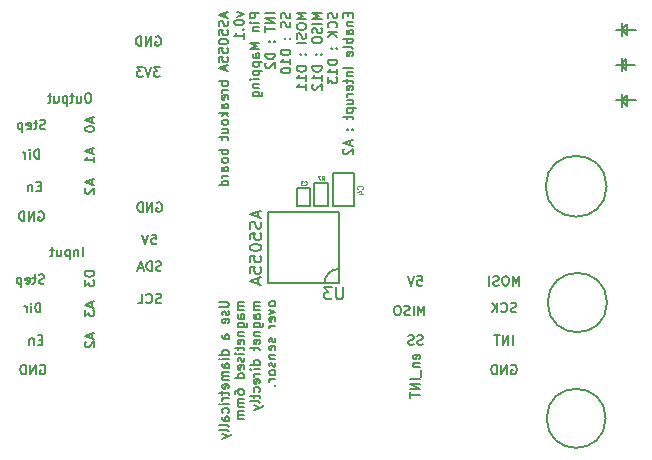
<source format=gbo>
%FSLAX34Y34*%
G04 Gerber Fmt 3.4, Leading zero omitted, Abs format*
G04 (created by PCBNEW (2014-03-19 BZR 4756)-product) date Sun 01 Jun 2014 22:24:43 BST*
%MOIN*%
G01*
G70*
G90*
G04 APERTURE LIST*
%ADD10C,0.005906*%
%ADD11C,0.007874*%
%ADD12C,0.003000*%
%ADD13C,0.004500*%
G04 APERTURE END LIST*
G54D10*
G54D11*
X54330Y-32657D02*
X54330Y-33090D01*
X54330Y-32913D02*
X54330Y-32657D01*
X54488Y-33070D02*
X54330Y-32913D01*
X54488Y-32696D02*
X54488Y-33070D01*
X54311Y-32874D02*
X54488Y-32696D01*
X54133Y-32874D02*
X54783Y-32874D01*
X54114Y-31692D02*
X54763Y-31692D01*
X54291Y-31692D02*
X54468Y-31515D01*
X54468Y-31515D02*
X54468Y-31889D01*
X54468Y-31889D02*
X54311Y-31732D01*
X54311Y-31732D02*
X54311Y-31476D01*
X54311Y-31476D02*
X54311Y-31909D01*
X54330Y-30295D02*
X54330Y-30728D01*
X54330Y-30551D02*
X54330Y-30295D01*
X54488Y-30708D02*
X54330Y-30551D01*
X54488Y-30334D02*
X54488Y-30708D01*
X54311Y-30511D02*
X54488Y-30334D01*
X54133Y-30531D02*
X54783Y-30531D01*
X53811Y-35748D02*
G75*
G03X53811Y-35748I-1016J0D01*
G74*
G01*
X53823Y-39625D02*
G75*
G03X53823Y-39625I-988J0D01*
G74*
G01*
X53779Y-43484D02*
G75*
G03X53779Y-43484I-984J0D01*
G74*
G01*
X40898Y-39602D02*
X41153Y-39602D01*
X41183Y-39617D01*
X41198Y-39632D01*
X41213Y-39662D01*
X41213Y-39722D01*
X41198Y-39752D01*
X41183Y-39767D01*
X41153Y-39782D01*
X40898Y-39782D01*
X41198Y-39917D02*
X41213Y-39947D01*
X41213Y-40007D01*
X41198Y-40037D01*
X41168Y-40052D01*
X41153Y-40052D01*
X41123Y-40037D01*
X41108Y-40007D01*
X41108Y-39962D01*
X41093Y-39932D01*
X41063Y-39917D01*
X41048Y-39917D01*
X41018Y-39932D01*
X41003Y-39962D01*
X41003Y-40007D01*
X41018Y-40037D01*
X41198Y-40307D02*
X41213Y-40277D01*
X41213Y-40217D01*
X41198Y-40187D01*
X41168Y-40172D01*
X41048Y-40172D01*
X41018Y-40187D01*
X41003Y-40217D01*
X41003Y-40277D01*
X41018Y-40307D01*
X41048Y-40322D01*
X41078Y-40322D01*
X41108Y-40172D01*
X41213Y-40832D02*
X41048Y-40832D01*
X41018Y-40817D01*
X41003Y-40787D01*
X41003Y-40727D01*
X41018Y-40697D01*
X41198Y-40832D02*
X41213Y-40802D01*
X41213Y-40727D01*
X41198Y-40697D01*
X41168Y-40682D01*
X41138Y-40682D01*
X41108Y-40697D01*
X41093Y-40727D01*
X41093Y-40802D01*
X41078Y-40832D01*
X41213Y-41357D02*
X40898Y-41357D01*
X41198Y-41357D02*
X41213Y-41327D01*
X41213Y-41267D01*
X41198Y-41237D01*
X41183Y-41222D01*
X41153Y-41207D01*
X41063Y-41207D01*
X41033Y-41222D01*
X41018Y-41237D01*
X41003Y-41267D01*
X41003Y-41327D01*
X41018Y-41357D01*
X41213Y-41507D02*
X41003Y-41507D01*
X40898Y-41507D02*
X40913Y-41492D01*
X40928Y-41507D01*
X40913Y-41522D01*
X40898Y-41507D01*
X40928Y-41507D01*
X41213Y-41792D02*
X41048Y-41792D01*
X41018Y-41777D01*
X41003Y-41747D01*
X41003Y-41687D01*
X41018Y-41657D01*
X41198Y-41792D02*
X41213Y-41762D01*
X41213Y-41687D01*
X41198Y-41657D01*
X41168Y-41642D01*
X41138Y-41642D01*
X41108Y-41657D01*
X41093Y-41687D01*
X41093Y-41762D01*
X41078Y-41792D01*
X41213Y-41942D02*
X41003Y-41942D01*
X41033Y-41942D02*
X41018Y-41957D01*
X41003Y-41987D01*
X41003Y-42032D01*
X41018Y-42062D01*
X41048Y-42077D01*
X41213Y-42077D01*
X41048Y-42077D02*
X41018Y-42092D01*
X41003Y-42122D01*
X41003Y-42167D01*
X41018Y-42197D01*
X41048Y-42212D01*
X41213Y-42212D01*
X41198Y-42482D02*
X41213Y-42452D01*
X41213Y-42392D01*
X41198Y-42362D01*
X41168Y-42347D01*
X41048Y-42347D01*
X41018Y-42362D01*
X41003Y-42392D01*
X41003Y-42452D01*
X41018Y-42482D01*
X41048Y-42497D01*
X41078Y-42497D01*
X41108Y-42347D01*
X41003Y-42587D02*
X41003Y-42707D01*
X40898Y-42632D02*
X41168Y-42632D01*
X41198Y-42647D01*
X41213Y-42677D01*
X41213Y-42707D01*
X41213Y-42812D02*
X41003Y-42812D01*
X41063Y-42812D02*
X41033Y-42827D01*
X41018Y-42842D01*
X41003Y-42872D01*
X41003Y-42902D01*
X41213Y-43007D02*
X41003Y-43007D01*
X40898Y-43007D02*
X40913Y-42992D01*
X40928Y-43007D01*
X40913Y-43022D01*
X40898Y-43007D01*
X40928Y-43007D01*
X41198Y-43292D02*
X41213Y-43262D01*
X41213Y-43202D01*
X41198Y-43172D01*
X41183Y-43157D01*
X41153Y-43142D01*
X41063Y-43142D01*
X41033Y-43157D01*
X41018Y-43172D01*
X41003Y-43202D01*
X41003Y-43262D01*
X41018Y-43292D01*
X41213Y-43562D02*
X41048Y-43562D01*
X41018Y-43547D01*
X41003Y-43517D01*
X41003Y-43457D01*
X41018Y-43427D01*
X41198Y-43562D02*
X41213Y-43532D01*
X41213Y-43457D01*
X41198Y-43427D01*
X41168Y-43412D01*
X41138Y-43412D01*
X41108Y-43427D01*
X41093Y-43457D01*
X41093Y-43532D01*
X41078Y-43562D01*
X41213Y-43757D02*
X41198Y-43727D01*
X41168Y-43712D01*
X40898Y-43712D01*
X41213Y-43922D02*
X41198Y-43892D01*
X41168Y-43877D01*
X40898Y-43877D01*
X41003Y-44011D02*
X41213Y-44086D01*
X41003Y-44161D02*
X41213Y-44086D01*
X41288Y-44056D01*
X41303Y-44041D01*
X41318Y-44011D01*
X41733Y-39602D02*
X41523Y-39602D01*
X41553Y-39602D02*
X41538Y-39617D01*
X41523Y-39647D01*
X41523Y-39692D01*
X41538Y-39722D01*
X41568Y-39737D01*
X41733Y-39737D01*
X41568Y-39737D02*
X41538Y-39752D01*
X41523Y-39782D01*
X41523Y-39827D01*
X41538Y-39857D01*
X41568Y-39872D01*
X41733Y-39872D01*
X41733Y-40157D02*
X41568Y-40157D01*
X41538Y-40142D01*
X41523Y-40112D01*
X41523Y-40052D01*
X41538Y-40022D01*
X41718Y-40157D02*
X41733Y-40127D01*
X41733Y-40052D01*
X41718Y-40022D01*
X41688Y-40007D01*
X41658Y-40007D01*
X41628Y-40022D01*
X41613Y-40052D01*
X41613Y-40127D01*
X41598Y-40157D01*
X41523Y-40442D02*
X41778Y-40442D01*
X41808Y-40427D01*
X41823Y-40412D01*
X41838Y-40382D01*
X41838Y-40337D01*
X41823Y-40307D01*
X41718Y-40442D02*
X41733Y-40412D01*
X41733Y-40352D01*
X41718Y-40322D01*
X41703Y-40307D01*
X41673Y-40292D01*
X41583Y-40292D01*
X41553Y-40307D01*
X41538Y-40322D01*
X41523Y-40352D01*
X41523Y-40412D01*
X41538Y-40442D01*
X41523Y-40592D02*
X41733Y-40592D01*
X41553Y-40592D02*
X41538Y-40607D01*
X41523Y-40637D01*
X41523Y-40682D01*
X41538Y-40712D01*
X41568Y-40727D01*
X41733Y-40727D01*
X41718Y-40997D02*
X41733Y-40967D01*
X41733Y-40907D01*
X41718Y-40877D01*
X41688Y-40862D01*
X41568Y-40862D01*
X41538Y-40877D01*
X41523Y-40907D01*
X41523Y-40967D01*
X41538Y-40997D01*
X41568Y-41012D01*
X41598Y-41012D01*
X41628Y-40862D01*
X41523Y-41102D02*
X41523Y-41222D01*
X41418Y-41147D02*
X41688Y-41147D01*
X41718Y-41162D01*
X41733Y-41192D01*
X41733Y-41222D01*
X41733Y-41327D02*
X41523Y-41327D01*
X41418Y-41327D02*
X41433Y-41312D01*
X41448Y-41327D01*
X41433Y-41342D01*
X41418Y-41327D01*
X41448Y-41327D01*
X41718Y-41462D02*
X41733Y-41492D01*
X41733Y-41552D01*
X41718Y-41582D01*
X41688Y-41597D01*
X41673Y-41597D01*
X41643Y-41582D01*
X41628Y-41552D01*
X41628Y-41507D01*
X41613Y-41477D01*
X41583Y-41462D01*
X41568Y-41462D01*
X41538Y-41477D01*
X41523Y-41507D01*
X41523Y-41552D01*
X41538Y-41582D01*
X41718Y-41852D02*
X41733Y-41822D01*
X41733Y-41762D01*
X41718Y-41732D01*
X41688Y-41717D01*
X41568Y-41717D01*
X41538Y-41732D01*
X41523Y-41762D01*
X41523Y-41822D01*
X41538Y-41852D01*
X41568Y-41867D01*
X41598Y-41867D01*
X41628Y-41717D01*
X41733Y-42137D02*
X41418Y-42137D01*
X41718Y-42137D02*
X41733Y-42107D01*
X41733Y-42047D01*
X41718Y-42017D01*
X41703Y-42002D01*
X41673Y-41987D01*
X41583Y-41987D01*
X41553Y-42002D01*
X41538Y-42017D01*
X41523Y-42047D01*
X41523Y-42107D01*
X41538Y-42137D01*
X41418Y-42662D02*
X41418Y-42602D01*
X41433Y-42572D01*
X41448Y-42557D01*
X41493Y-42527D01*
X41553Y-42512D01*
X41673Y-42512D01*
X41703Y-42527D01*
X41718Y-42542D01*
X41733Y-42572D01*
X41733Y-42632D01*
X41718Y-42662D01*
X41703Y-42677D01*
X41673Y-42692D01*
X41598Y-42692D01*
X41568Y-42677D01*
X41553Y-42662D01*
X41538Y-42632D01*
X41538Y-42572D01*
X41553Y-42542D01*
X41568Y-42527D01*
X41598Y-42512D01*
X41733Y-42827D02*
X41523Y-42827D01*
X41553Y-42827D02*
X41538Y-42842D01*
X41523Y-42872D01*
X41523Y-42917D01*
X41538Y-42947D01*
X41568Y-42962D01*
X41733Y-42962D01*
X41568Y-42962D02*
X41538Y-42977D01*
X41523Y-43007D01*
X41523Y-43052D01*
X41538Y-43082D01*
X41568Y-43097D01*
X41733Y-43097D01*
X41733Y-43247D02*
X41523Y-43247D01*
X41553Y-43247D02*
X41538Y-43262D01*
X41523Y-43292D01*
X41523Y-43337D01*
X41538Y-43367D01*
X41568Y-43382D01*
X41733Y-43382D01*
X41568Y-43382D02*
X41538Y-43397D01*
X41523Y-43427D01*
X41523Y-43472D01*
X41538Y-43502D01*
X41568Y-43517D01*
X41733Y-43517D01*
X42252Y-39602D02*
X42042Y-39602D01*
X42072Y-39602D02*
X42057Y-39617D01*
X42042Y-39647D01*
X42042Y-39692D01*
X42057Y-39722D01*
X42087Y-39737D01*
X42252Y-39737D01*
X42087Y-39737D02*
X42057Y-39752D01*
X42042Y-39782D01*
X42042Y-39827D01*
X42057Y-39857D01*
X42087Y-39872D01*
X42252Y-39872D01*
X42252Y-40157D02*
X42087Y-40157D01*
X42057Y-40142D01*
X42042Y-40112D01*
X42042Y-40052D01*
X42057Y-40022D01*
X42237Y-40157D02*
X42252Y-40127D01*
X42252Y-40052D01*
X42237Y-40022D01*
X42207Y-40007D01*
X42177Y-40007D01*
X42147Y-40022D01*
X42132Y-40052D01*
X42132Y-40127D01*
X42117Y-40157D01*
X42042Y-40442D02*
X42297Y-40442D01*
X42327Y-40427D01*
X42342Y-40412D01*
X42357Y-40382D01*
X42357Y-40337D01*
X42342Y-40307D01*
X42237Y-40442D02*
X42252Y-40412D01*
X42252Y-40352D01*
X42237Y-40322D01*
X42222Y-40307D01*
X42192Y-40292D01*
X42102Y-40292D01*
X42072Y-40307D01*
X42057Y-40322D01*
X42042Y-40352D01*
X42042Y-40412D01*
X42057Y-40442D01*
X42042Y-40592D02*
X42252Y-40592D01*
X42072Y-40592D02*
X42057Y-40607D01*
X42042Y-40637D01*
X42042Y-40682D01*
X42057Y-40712D01*
X42087Y-40727D01*
X42252Y-40727D01*
X42237Y-40997D02*
X42252Y-40967D01*
X42252Y-40907D01*
X42237Y-40877D01*
X42207Y-40862D01*
X42087Y-40862D01*
X42057Y-40877D01*
X42042Y-40907D01*
X42042Y-40967D01*
X42057Y-40997D01*
X42087Y-41012D01*
X42117Y-41012D01*
X42147Y-40862D01*
X42042Y-41102D02*
X42042Y-41222D01*
X41937Y-41147D02*
X42207Y-41147D01*
X42237Y-41162D01*
X42252Y-41192D01*
X42252Y-41222D01*
X42252Y-41702D02*
X41937Y-41702D01*
X42237Y-41702D02*
X42252Y-41672D01*
X42252Y-41612D01*
X42237Y-41582D01*
X42222Y-41567D01*
X42192Y-41552D01*
X42102Y-41552D01*
X42072Y-41567D01*
X42057Y-41582D01*
X42042Y-41612D01*
X42042Y-41672D01*
X42057Y-41702D01*
X42252Y-41852D02*
X42042Y-41852D01*
X41937Y-41852D02*
X41952Y-41837D01*
X41967Y-41852D01*
X41952Y-41867D01*
X41937Y-41852D01*
X41967Y-41852D01*
X42252Y-42002D02*
X42042Y-42002D01*
X42102Y-42002D02*
X42072Y-42017D01*
X42057Y-42032D01*
X42042Y-42062D01*
X42042Y-42092D01*
X42237Y-42317D02*
X42252Y-42287D01*
X42252Y-42227D01*
X42237Y-42197D01*
X42207Y-42182D01*
X42087Y-42182D01*
X42057Y-42197D01*
X42042Y-42227D01*
X42042Y-42287D01*
X42057Y-42317D01*
X42087Y-42332D01*
X42117Y-42332D01*
X42147Y-42182D01*
X42237Y-42602D02*
X42252Y-42572D01*
X42252Y-42512D01*
X42237Y-42482D01*
X42222Y-42467D01*
X42192Y-42452D01*
X42102Y-42452D01*
X42072Y-42467D01*
X42057Y-42482D01*
X42042Y-42512D01*
X42042Y-42572D01*
X42057Y-42602D01*
X42042Y-42692D02*
X42042Y-42812D01*
X41937Y-42737D02*
X42207Y-42737D01*
X42237Y-42752D01*
X42252Y-42782D01*
X42252Y-42812D01*
X42252Y-42962D02*
X42237Y-42932D01*
X42207Y-42917D01*
X41937Y-42917D01*
X42042Y-43052D02*
X42252Y-43127D01*
X42042Y-43202D02*
X42252Y-43127D01*
X42327Y-43097D01*
X42342Y-43082D01*
X42357Y-43052D01*
X42772Y-39647D02*
X42757Y-39617D01*
X42742Y-39602D01*
X42712Y-39587D01*
X42622Y-39587D01*
X42592Y-39602D01*
X42577Y-39617D01*
X42562Y-39647D01*
X42562Y-39692D01*
X42577Y-39722D01*
X42592Y-39737D01*
X42622Y-39752D01*
X42712Y-39752D01*
X42742Y-39737D01*
X42757Y-39722D01*
X42772Y-39692D01*
X42772Y-39647D01*
X42562Y-39857D02*
X42772Y-39932D01*
X42562Y-40007D01*
X42757Y-40247D02*
X42772Y-40217D01*
X42772Y-40157D01*
X42757Y-40127D01*
X42727Y-40112D01*
X42607Y-40112D01*
X42577Y-40127D01*
X42562Y-40157D01*
X42562Y-40217D01*
X42577Y-40247D01*
X42607Y-40262D01*
X42637Y-40262D01*
X42667Y-40112D01*
X42772Y-40397D02*
X42562Y-40397D01*
X42622Y-40397D02*
X42592Y-40412D01*
X42577Y-40427D01*
X42562Y-40457D01*
X42562Y-40487D01*
X42757Y-40817D02*
X42772Y-40847D01*
X42772Y-40907D01*
X42757Y-40937D01*
X42727Y-40952D01*
X42712Y-40952D01*
X42682Y-40937D01*
X42667Y-40907D01*
X42667Y-40862D01*
X42652Y-40832D01*
X42622Y-40817D01*
X42607Y-40817D01*
X42577Y-40832D01*
X42562Y-40862D01*
X42562Y-40907D01*
X42577Y-40937D01*
X42757Y-41207D02*
X42772Y-41177D01*
X42772Y-41117D01*
X42757Y-41087D01*
X42727Y-41072D01*
X42607Y-41072D01*
X42577Y-41087D01*
X42562Y-41117D01*
X42562Y-41177D01*
X42577Y-41207D01*
X42607Y-41222D01*
X42637Y-41222D01*
X42667Y-41072D01*
X42562Y-41357D02*
X42772Y-41357D01*
X42592Y-41357D02*
X42577Y-41372D01*
X42562Y-41402D01*
X42562Y-41447D01*
X42577Y-41477D01*
X42607Y-41492D01*
X42772Y-41492D01*
X42757Y-41627D02*
X42772Y-41657D01*
X42772Y-41717D01*
X42757Y-41747D01*
X42727Y-41762D01*
X42712Y-41762D01*
X42682Y-41747D01*
X42667Y-41717D01*
X42667Y-41672D01*
X42652Y-41642D01*
X42622Y-41627D01*
X42607Y-41627D01*
X42577Y-41642D01*
X42562Y-41672D01*
X42562Y-41717D01*
X42577Y-41747D01*
X42772Y-41942D02*
X42757Y-41912D01*
X42742Y-41897D01*
X42712Y-41882D01*
X42622Y-41882D01*
X42592Y-41897D01*
X42577Y-41912D01*
X42562Y-41942D01*
X42562Y-41987D01*
X42577Y-42017D01*
X42592Y-42032D01*
X42622Y-42047D01*
X42712Y-42047D01*
X42742Y-42032D01*
X42757Y-42017D01*
X42772Y-41987D01*
X42772Y-41942D01*
X42772Y-42182D02*
X42562Y-42182D01*
X42622Y-42182D02*
X42592Y-42197D01*
X42577Y-42212D01*
X42562Y-42242D01*
X42562Y-42272D01*
X42742Y-42377D02*
X42757Y-42392D01*
X42772Y-42377D01*
X42757Y-42362D01*
X42742Y-42377D01*
X42772Y-42377D01*
X36646Y-40660D02*
X36646Y-40810D01*
X36736Y-40630D02*
X36422Y-40735D01*
X36736Y-40840D01*
X36452Y-40930D02*
X36437Y-40945D01*
X36422Y-40975D01*
X36422Y-41050D01*
X36437Y-41080D01*
X36452Y-41095D01*
X36482Y-41110D01*
X36511Y-41110D01*
X36556Y-41095D01*
X36736Y-40915D01*
X36736Y-41110D01*
X36646Y-39617D02*
X36646Y-39767D01*
X36736Y-39587D02*
X36422Y-39692D01*
X36736Y-39797D01*
X36422Y-39872D02*
X36422Y-40067D01*
X36541Y-39962D01*
X36541Y-40007D01*
X36556Y-40037D01*
X36571Y-40052D01*
X36601Y-40067D01*
X36676Y-40067D01*
X36706Y-40052D01*
X36721Y-40037D01*
X36736Y-40007D01*
X36736Y-39917D01*
X36721Y-39887D01*
X36706Y-39872D01*
X36736Y-38586D02*
X36422Y-38586D01*
X36422Y-38661D01*
X36437Y-38706D01*
X36467Y-38736D01*
X36497Y-38751D01*
X36556Y-38766D01*
X36601Y-38766D01*
X36661Y-38751D01*
X36691Y-38736D01*
X36721Y-38706D01*
X36736Y-38661D01*
X36736Y-38586D01*
X36422Y-38871D02*
X36422Y-39066D01*
X36541Y-38961D01*
X36541Y-39006D01*
X36556Y-39036D01*
X36571Y-39051D01*
X36601Y-39066D01*
X36676Y-39066D01*
X36706Y-39051D01*
X36721Y-39036D01*
X36736Y-39006D01*
X36736Y-38916D01*
X36721Y-38886D01*
X36706Y-38871D01*
X36646Y-35542D02*
X36646Y-35692D01*
X36736Y-35512D02*
X36422Y-35617D01*
X36736Y-35722D01*
X36452Y-35812D02*
X36437Y-35827D01*
X36422Y-35857D01*
X36422Y-35932D01*
X36437Y-35962D01*
X36452Y-35977D01*
X36482Y-35992D01*
X36511Y-35992D01*
X36556Y-35977D01*
X36736Y-35797D01*
X36736Y-35992D01*
X36646Y-34499D02*
X36646Y-34649D01*
X36736Y-34469D02*
X36422Y-34574D01*
X36736Y-34679D01*
X36736Y-34949D02*
X36736Y-34769D01*
X36736Y-34859D02*
X36422Y-34859D01*
X36467Y-34829D01*
X36497Y-34799D01*
X36511Y-34769D01*
X36646Y-33475D02*
X36646Y-33625D01*
X36736Y-33445D02*
X36422Y-33550D01*
X36736Y-33655D01*
X36422Y-33820D02*
X36422Y-33850D01*
X36437Y-33880D01*
X36452Y-33895D01*
X36482Y-33910D01*
X36541Y-33925D01*
X36616Y-33925D01*
X36676Y-33910D01*
X36706Y-33895D01*
X36721Y-33880D01*
X36736Y-33850D01*
X36736Y-33820D01*
X36721Y-33790D01*
X36706Y-33775D01*
X36676Y-33760D01*
X36616Y-33745D01*
X36541Y-33745D01*
X36482Y-33760D01*
X36452Y-33775D01*
X36437Y-33790D01*
X36422Y-33820D01*
X38783Y-30767D02*
X38813Y-30752D01*
X38858Y-30752D01*
X38903Y-30767D01*
X38933Y-30797D01*
X38948Y-30827D01*
X38963Y-30887D01*
X38963Y-30932D01*
X38948Y-30992D01*
X38933Y-31022D01*
X38903Y-31052D01*
X38858Y-31067D01*
X38828Y-31067D01*
X38783Y-31052D01*
X38768Y-31037D01*
X38768Y-30932D01*
X38828Y-30932D01*
X38633Y-31067D02*
X38633Y-30752D01*
X38453Y-31067D01*
X38453Y-30752D01*
X38303Y-31067D02*
X38303Y-30752D01*
X38228Y-30752D01*
X38183Y-30767D01*
X38153Y-30797D01*
X38138Y-30827D01*
X38123Y-30887D01*
X38123Y-30932D01*
X38138Y-30992D01*
X38153Y-31022D01*
X38183Y-31052D01*
X38228Y-31067D01*
X38303Y-31067D01*
X38913Y-31776D02*
X38718Y-31776D01*
X38823Y-31896D01*
X38778Y-31896D01*
X38748Y-31911D01*
X38733Y-31926D01*
X38718Y-31956D01*
X38718Y-32031D01*
X38733Y-32061D01*
X38748Y-32076D01*
X38778Y-32091D01*
X38868Y-32091D01*
X38898Y-32076D01*
X38913Y-32061D01*
X38628Y-31776D02*
X38523Y-32091D01*
X38418Y-31776D01*
X38343Y-31776D02*
X38148Y-31776D01*
X38253Y-31896D01*
X38208Y-31896D01*
X38178Y-31911D01*
X38163Y-31926D01*
X38148Y-31956D01*
X38148Y-32031D01*
X38163Y-32061D01*
X38178Y-32076D01*
X38208Y-32091D01*
X38298Y-32091D01*
X38328Y-32076D01*
X38343Y-32061D01*
X41103Y-29961D02*
X41103Y-30111D01*
X41193Y-29931D02*
X40878Y-30036D01*
X41193Y-30141D01*
X41178Y-30231D02*
X41193Y-30276D01*
X41193Y-30351D01*
X41178Y-30381D01*
X41163Y-30396D01*
X41133Y-30411D01*
X41103Y-30411D01*
X41073Y-30396D01*
X41058Y-30381D01*
X41043Y-30351D01*
X41028Y-30291D01*
X41013Y-30261D01*
X40998Y-30246D01*
X40968Y-30231D01*
X40938Y-30231D01*
X40908Y-30246D01*
X40893Y-30261D01*
X40878Y-30291D01*
X40878Y-30366D01*
X40893Y-30411D01*
X40878Y-30696D02*
X40878Y-30546D01*
X41028Y-30531D01*
X41013Y-30546D01*
X40998Y-30576D01*
X40998Y-30651D01*
X41013Y-30681D01*
X41028Y-30696D01*
X41058Y-30711D01*
X41133Y-30711D01*
X41163Y-30696D01*
X41178Y-30681D01*
X41193Y-30651D01*
X41193Y-30576D01*
X41178Y-30546D01*
X41163Y-30531D01*
X40878Y-30906D02*
X40878Y-30936D01*
X40893Y-30966D01*
X40908Y-30981D01*
X40938Y-30996D01*
X40998Y-31011D01*
X41073Y-31011D01*
X41133Y-30996D01*
X41163Y-30981D01*
X41178Y-30966D01*
X41193Y-30936D01*
X41193Y-30906D01*
X41178Y-30876D01*
X41163Y-30861D01*
X41133Y-30846D01*
X41073Y-30831D01*
X40998Y-30831D01*
X40938Y-30846D01*
X40908Y-30861D01*
X40893Y-30876D01*
X40878Y-30906D01*
X40878Y-31296D02*
X40878Y-31146D01*
X41028Y-31131D01*
X41013Y-31146D01*
X40998Y-31176D01*
X40998Y-31251D01*
X41013Y-31281D01*
X41028Y-31296D01*
X41058Y-31311D01*
X41133Y-31311D01*
X41163Y-31296D01*
X41178Y-31281D01*
X41193Y-31251D01*
X41193Y-31176D01*
X41178Y-31146D01*
X41163Y-31131D01*
X40878Y-31596D02*
X40878Y-31446D01*
X41028Y-31431D01*
X41013Y-31446D01*
X40998Y-31476D01*
X40998Y-31551D01*
X41013Y-31581D01*
X41028Y-31596D01*
X41058Y-31611D01*
X41133Y-31611D01*
X41163Y-31596D01*
X41178Y-31581D01*
X41193Y-31551D01*
X41193Y-31476D01*
X41178Y-31446D01*
X41163Y-31431D01*
X41103Y-31731D02*
X41103Y-31881D01*
X41193Y-31701D02*
X40878Y-31806D01*
X41193Y-31911D01*
X41193Y-32256D02*
X40878Y-32256D01*
X40998Y-32256D02*
X40983Y-32286D01*
X40983Y-32346D01*
X40998Y-32376D01*
X41013Y-32391D01*
X41043Y-32406D01*
X41133Y-32406D01*
X41163Y-32391D01*
X41178Y-32376D01*
X41193Y-32346D01*
X41193Y-32286D01*
X41178Y-32256D01*
X41193Y-32541D02*
X40983Y-32541D01*
X41043Y-32541D02*
X41013Y-32556D01*
X40998Y-32571D01*
X40983Y-32601D01*
X40983Y-32631D01*
X41178Y-32856D02*
X41193Y-32826D01*
X41193Y-32766D01*
X41178Y-32736D01*
X41148Y-32721D01*
X41028Y-32721D01*
X40998Y-32736D01*
X40983Y-32766D01*
X40983Y-32826D01*
X40998Y-32856D01*
X41028Y-32871D01*
X41058Y-32871D01*
X41088Y-32721D01*
X41193Y-33141D02*
X41028Y-33141D01*
X40998Y-33126D01*
X40983Y-33096D01*
X40983Y-33036D01*
X40998Y-33006D01*
X41178Y-33141D02*
X41193Y-33111D01*
X41193Y-33036D01*
X41178Y-33006D01*
X41148Y-32991D01*
X41118Y-32991D01*
X41088Y-33006D01*
X41073Y-33036D01*
X41073Y-33111D01*
X41058Y-33141D01*
X41193Y-33291D02*
X40878Y-33291D01*
X41073Y-33321D02*
X41193Y-33411D01*
X40983Y-33411D02*
X41103Y-33291D01*
X41193Y-33591D02*
X41178Y-33561D01*
X41163Y-33546D01*
X41133Y-33531D01*
X41043Y-33531D01*
X41013Y-33546D01*
X40998Y-33561D01*
X40983Y-33591D01*
X40983Y-33636D01*
X40998Y-33666D01*
X41013Y-33681D01*
X41043Y-33696D01*
X41133Y-33696D01*
X41163Y-33681D01*
X41178Y-33666D01*
X41193Y-33636D01*
X41193Y-33591D01*
X40983Y-33966D02*
X41193Y-33966D01*
X40983Y-33831D02*
X41148Y-33831D01*
X41178Y-33846D01*
X41193Y-33876D01*
X41193Y-33921D01*
X41178Y-33951D01*
X41163Y-33966D01*
X40983Y-34071D02*
X40983Y-34191D01*
X40878Y-34116D02*
X41148Y-34116D01*
X41178Y-34131D01*
X41193Y-34161D01*
X41193Y-34191D01*
X41193Y-34535D02*
X40878Y-34535D01*
X40998Y-34535D02*
X40983Y-34565D01*
X40983Y-34625D01*
X40998Y-34655D01*
X41013Y-34670D01*
X41043Y-34685D01*
X41133Y-34685D01*
X41163Y-34670D01*
X41178Y-34655D01*
X41193Y-34625D01*
X41193Y-34565D01*
X41178Y-34535D01*
X41193Y-34865D02*
X41178Y-34835D01*
X41163Y-34820D01*
X41133Y-34805D01*
X41043Y-34805D01*
X41013Y-34820D01*
X40998Y-34835D01*
X40983Y-34865D01*
X40983Y-34910D01*
X40998Y-34940D01*
X41013Y-34955D01*
X41043Y-34970D01*
X41133Y-34970D01*
X41163Y-34955D01*
X41178Y-34940D01*
X41193Y-34910D01*
X41193Y-34865D01*
X41193Y-35240D02*
X41028Y-35240D01*
X40998Y-35225D01*
X40983Y-35195D01*
X40983Y-35135D01*
X40998Y-35105D01*
X41178Y-35240D02*
X41193Y-35210D01*
X41193Y-35135D01*
X41178Y-35105D01*
X41148Y-35090D01*
X41118Y-35090D01*
X41088Y-35105D01*
X41073Y-35135D01*
X41073Y-35210D01*
X41058Y-35240D01*
X41193Y-35390D02*
X40983Y-35390D01*
X41043Y-35390D02*
X41013Y-35405D01*
X40998Y-35420D01*
X40983Y-35450D01*
X40983Y-35480D01*
X41193Y-35720D02*
X40878Y-35720D01*
X41178Y-35720D02*
X41193Y-35690D01*
X41193Y-35630D01*
X41178Y-35600D01*
X41163Y-35585D01*
X41133Y-35570D01*
X41043Y-35570D01*
X41013Y-35585D01*
X40998Y-35600D01*
X40983Y-35630D01*
X40983Y-35690D01*
X40998Y-35720D01*
X41503Y-29946D02*
X41713Y-30021D01*
X41503Y-30096D01*
X41398Y-30276D02*
X41398Y-30306D01*
X41413Y-30336D01*
X41428Y-30351D01*
X41458Y-30366D01*
X41518Y-30381D01*
X41593Y-30381D01*
X41653Y-30366D01*
X41683Y-30351D01*
X41698Y-30336D01*
X41713Y-30306D01*
X41713Y-30276D01*
X41698Y-30246D01*
X41683Y-30231D01*
X41653Y-30216D01*
X41593Y-30201D01*
X41518Y-30201D01*
X41458Y-30216D01*
X41428Y-30231D01*
X41413Y-30246D01*
X41398Y-30276D01*
X41683Y-30516D02*
X41698Y-30531D01*
X41713Y-30516D01*
X41698Y-30501D01*
X41683Y-30516D01*
X41713Y-30516D01*
X41713Y-30831D02*
X41713Y-30651D01*
X41713Y-30741D02*
X41398Y-30741D01*
X41443Y-30711D01*
X41473Y-30681D01*
X41488Y-30651D01*
X42233Y-29976D02*
X41918Y-29976D01*
X41918Y-30096D01*
X41933Y-30126D01*
X41948Y-30141D01*
X41978Y-30156D01*
X42023Y-30156D01*
X42053Y-30141D01*
X42068Y-30126D01*
X42083Y-30096D01*
X42083Y-29976D01*
X42233Y-30291D02*
X42023Y-30291D01*
X41918Y-30291D02*
X41933Y-30276D01*
X41948Y-30291D01*
X41933Y-30306D01*
X41918Y-30291D01*
X41948Y-30291D01*
X42023Y-30441D02*
X42233Y-30441D01*
X42053Y-30441D02*
X42038Y-30456D01*
X42023Y-30486D01*
X42023Y-30531D01*
X42038Y-30561D01*
X42068Y-30576D01*
X42233Y-30576D01*
X42233Y-30966D02*
X41918Y-30966D01*
X42143Y-31071D01*
X41918Y-31176D01*
X42233Y-31176D01*
X42233Y-31461D02*
X42068Y-31461D01*
X42038Y-31446D01*
X42023Y-31416D01*
X42023Y-31356D01*
X42038Y-31326D01*
X42218Y-31461D02*
X42233Y-31431D01*
X42233Y-31356D01*
X42218Y-31326D01*
X42188Y-31311D01*
X42158Y-31311D01*
X42128Y-31326D01*
X42113Y-31356D01*
X42113Y-31431D01*
X42098Y-31461D01*
X42023Y-31611D02*
X42338Y-31611D01*
X42038Y-31611D02*
X42023Y-31641D01*
X42023Y-31701D01*
X42038Y-31731D01*
X42053Y-31746D01*
X42083Y-31761D01*
X42173Y-31761D01*
X42203Y-31746D01*
X42218Y-31731D01*
X42233Y-31701D01*
X42233Y-31641D01*
X42218Y-31611D01*
X42023Y-31896D02*
X42338Y-31896D01*
X42038Y-31896D02*
X42023Y-31926D01*
X42023Y-31986D01*
X42038Y-32016D01*
X42053Y-32031D01*
X42083Y-32046D01*
X42173Y-32046D01*
X42203Y-32031D01*
X42218Y-32016D01*
X42233Y-31986D01*
X42233Y-31926D01*
X42218Y-31896D01*
X42233Y-32181D02*
X42023Y-32181D01*
X41918Y-32181D02*
X41933Y-32166D01*
X41948Y-32181D01*
X41933Y-32196D01*
X41918Y-32181D01*
X41948Y-32181D01*
X42023Y-32331D02*
X42233Y-32331D01*
X42053Y-32331D02*
X42038Y-32346D01*
X42023Y-32376D01*
X42023Y-32421D01*
X42038Y-32451D01*
X42068Y-32466D01*
X42233Y-32466D01*
X42023Y-32751D02*
X42278Y-32751D01*
X42308Y-32736D01*
X42323Y-32721D01*
X42338Y-32691D01*
X42338Y-32646D01*
X42323Y-32616D01*
X42218Y-32751D02*
X42233Y-32721D01*
X42233Y-32661D01*
X42218Y-32631D01*
X42203Y-32616D01*
X42173Y-32601D01*
X42083Y-32601D01*
X42053Y-32616D01*
X42038Y-32631D01*
X42023Y-32661D01*
X42023Y-32721D01*
X42038Y-32751D01*
X42752Y-29976D02*
X42437Y-29976D01*
X42752Y-30126D02*
X42437Y-30126D01*
X42752Y-30306D01*
X42437Y-30306D01*
X42437Y-30411D02*
X42437Y-30591D01*
X42752Y-30501D02*
X42437Y-30501D01*
X42722Y-30936D02*
X42737Y-30951D01*
X42752Y-30936D01*
X42737Y-30921D01*
X42722Y-30936D01*
X42752Y-30936D01*
X42557Y-30936D02*
X42572Y-30951D01*
X42587Y-30936D01*
X42572Y-30921D01*
X42557Y-30936D01*
X42587Y-30936D01*
X42752Y-31326D02*
X42437Y-31326D01*
X42437Y-31401D01*
X42452Y-31446D01*
X42482Y-31476D01*
X42512Y-31491D01*
X42572Y-31506D01*
X42617Y-31506D01*
X42677Y-31491D01*
X42707Y-31476D01*
X42737Y-31446D01*
X42752Y-31401D01*
X42752Y-31326D01*
X42467Y-31626D02*
X42452Y-31641D01*
X42437Y-31671D01*
X42437Y-31746D01*
X42452Y-31776D01*
X42467Y-31791D01*
X42497Y-31806D01*
X42527Y-31806D01*
X42572Y-31791D01*
X42752Y-31611D01*
X42752Y-31806D01*
X43257Y-29961D02*
X43272Y-30006D01*
X43272Y-30081D01*
X43257Y-30111D01*
X43242Y-30126D01*
X43212Y-30141D01*
X43182Y-30141D01*
X43152Y-30126D01*
X43137Y-30111D01*
X43122Y-30081D01*
X43107Y-30021D01*
X43092Y-29991D01*
X43077Y-29976D01*
X43047Y-29961D01*
X43017Y-29961D01*
X42987Y-29976D01*
X42972Y-29991D01*
X42957Y-30021D01*
X42957Y-30096D01*
X42972Y-30141D01*
X43257Y-30261D02*
X43272Y-30306D01*
X43272Y-30381D01*
X43257Y-30411D01*
X43242Y-30426D01*
X43212Y-30441D01*
X43182Y-30441D01*
X43152Y-30426D01*
X43137Y-30411D01*
X43122Y-30381D01*
X43107Y-30321D01*
X43092Y-30291D01*
X43077Y-30276D01*
X43047Y-30261D01*
X43017Y-30261D01*
X42987Y-30276D01*
X42972Y-30291D01*
X42957Y-30321D01*
X42957Y-30396D01*
X42972Y-30441D01*
X43242Y-30816D02*
X43257Y-30831D01*
X43272Y-30816D01*
X43257Y-30801D01*
X43242Y-30816D01*
X43272Y-30816D01*
X43077Y-30816D02*
X43092Y-30831D01*
X43107Y-30816D01*
X43092Y-30801D01*
X43077Y-30816D01*
X43107Y-30816D01*
X43272Y-31206D02*
X42957Y-31206D01*
X42957Y-31281D01*
X42972Y-31326D01*
X43002Y-31356D01*
X43032Y-31371D01*
X43092Y-31386D01*
X43137Y-31386D01*
X43197Y-31371D01*
X43227Y-31356D01*
X43257Y-31326D01*
X43272Y-31281D01*
X43272Y-31206D01*
X43272Y-31686D02*
X43272Y-31506D01*
X43272Y-31596D02*
X42957Y-31596D01*
X43002Y-31566D01*
X43032Y-31536D01*
X43047Y-31506D01*
X42957Y-31881D02*
X42957Y-31911D01*
X42972Y-31941D01*
X42987Y-31956D01*
X43017Y-31971D01*
X43077Y-31986D01*
X43152Y-31986D01*
X43212Y-31971D01*
X43242Y-31956D01*
X43257Y-31941D01*
X43272Y-31911D01*
X43272Y-31881D01*
X43257Y-31851D01*
X43242Y-31836D01*
X43212Y-31821D01*
X43152Y-31806D01*
X43077Y-31806D01*
X43017Y-31821D01*
X42987Y-31836D01*
X42972Y-31851D01*
X42957Y-31881D01*
X43792Y-29976D02*
X43477Y-29976D01*
X43702Y-30081D01*
X43477Y-30186D01*
X43792Y-30186D01*
X43477Y-30396D02*
X43477Y-30456D01*
X43492Y-30486D01*
X43522Y-30516D01*
X43582Y-30531D01*
X43687Y-30531D01*
X43747Y-30516D01*
X43777Y-30486D01*
X43792Y-30456D01*
X43792Y-30396D01*
X43777Y-30366D01*
X43747Y-30336D01*
X43687Y-30321D01*
X43582Y-30321D01*
X43522Y-30336D01*
X43492Y-30366D01*
X43477Y-30396D01*
X43777Y-30651D02*
X43792Y-30696D01*
X43792Y-30771D01*
X43777Y-30801D01*
X43762Y-30816D01*
X43732Y-30831D01*
X43702Y-30831D01*
X43672Y-30816D01*
X43657Y-30801D01*
X43642Y-30771D01*
X43627Y-30711D01*
X43612Y-30681D01*
X43597Y-30666D01*
X43567Y-30651D01*
X43537Y-30651D01*
X43507Y-30666D01*
X43492Y-30681D01*
X43477Y-30711D01*
X43477Y-30786D01*
X43492Y-30831D01*
X43792Y-30966D02*
X43477Y-30966D01*
X43762Y-31356D02*
X43777Y-31371D01*
X43792Y-31356D01*
X43777Y-31341D01*
X43762Y-31356D01*
X43792Y-31356D01*
X43597Y-31356D02*
X43612Y-31371D01*
X43627Y-31356D01*
X43612Y-31341D01*
X43597Y-31356D01*
X43627Y-31356D01*
X43792Y-31746D02*
X43477Y-31746D01*
X43477Y-31821D01*
X43492Y-31866D01*
X43522Y-31896D01*
X43552Y-31911D01*
X43612Y-31926D01*
X43657Y-31926D01*
X43717Y-31911D01*
X43747Y-31896D01*
X43777Y-31866D01*
X43792Y-31821D01*
X43792Y-31746D01*
X43792Y-32226D02*
X43792Y-32046D01*
X43792Y-32136D02*
X43477Y-32136D01*
X43522Y-32106D01*
X43552Y-32076D01*
X43567Y-32046D01*
X43792Y-32526D02*
X43792Y-32346D01*
X43792Y-32436D02*
X43477Y-32436D01*
X43522Y-32406D01*
X43552Y-32376D01*
X43567Y-32346D01*
X44311Y-29976D02*
X43996Y-29976D01*
X44221Y-30081D01*
X43996Y-30186D01*
X44311Y-30186D01*
X44311Y-30336D02*
X43996Y-30336D01*
X44296Y-30471D02*
X44311Y-30516D01*
X44311Y-30591D01*
X44296Y-30621D01*
X44281Y-30636D01*
X44251Y-30651D01*
X44221Y-30651D01*
X44191Y-30636D01*
X44176Y-30621D01*
X44161Y-30591D01*
X44146Y-30531D01*
X44131Y-30501D01*
X44116Y-30486D01*
X44086Y-30471D01*
X44056Y-30471D01*
X44026Y-30486D01*
X44011Y-30501D01*
X43996Y-30531D01*
X43996Y-30606D01*
X44011Y-30651D01*
X43996Y-30846D02*
X43996Y-30906D01*
X44011Y-30936D01*
X44041Y-30966D01*
X44101Y-30981D01*
X44206Y-30981D01*
X44266Y-30966D01*
X44296Y-30936D01*
X44311Y-30906D01*
X44311Y-30846D01*
X44296Y-30816D01*
X44266Y-30786D01*
X44206Y-30771D01*
X44101Y-30771D01*
X44041Y-30786D01*
X44011Y-30816D01*
X43996Y-30846D01*
X44281Y-31356D02*
X44296Y-31371D01*
X44311Y-31356D01*
X44296Y-31341D01*
X44281Y-31356D01*
X44311Y-31356D01*
X44116Y-31356D02*
X44131Y-31371D01*
X44146Y-31356D01*
X44131Y-31341D01*
X44116Y-31356D01*
X44146Y-31356D01*
X44311Y-31746D02*
X43996Y-31746D01*
X43996Y-31821D01*
X44011Y-31866D01*
X44041Y-31896D01*
X44071Y-31911D01*
X44131Y-31926D01*
X44176Y-31926D01*
X44236Y-31911D01*
X44266Y-31896D01*
X44296Y-31866D01*
X44311Y-31821D01*
X44311Y-31746D01*
X44311Y-32226D02*
X44311Y-32046D01*
X44311Y-32136D02*
X43996Y-32136D01*
X44041Y-32106D01*
X44071Y-32076D01*
X44086Y-32046D01*
X44026Y-32346D02*
X44011Y-32361D01*
X43996Y-32391D01*
X43996Y-32466D01*
X44011Y-32496D01*
X44026Y-32511D01*
X44056Y-32526D01*
X44086Y-32526D01*
X44131Y-32511D01*
X44311Y-32331D01*
X44311Y-32526D01*
X44816Y-29961D02*
X44831Y-30006D01*
X44831Y-30081D01*
X44816Y-30111D01*
X44801Y-30126D01*
X44771Y-30141D01*
X44741Y-30141D01*
X44711Y-30126D01*
X44696Y-30111D01*
X44681Y-30081D01*
X44666Y-30021D01*
X44651Y-29991D01*
X44636Y-29976D01*
X44606Y-29961D01*
X44576Y-29961D01*
X44546Y-29976D01*
X44531Y-29991D01*
X44516Y-30021D01*
X44516Y-30096D01*
X44531Y-30141D01*
X44801Y-30456D02*
X44816Y-30441D01*
X44831Y-30396D01*
X44831Y-30366D01*
X44816Y-30321D01*
X44786Y-30291D01*
X44756Y-30276D01*
X44696Y-30261D01*
X44651Y-30261D01*
X44591Y-30276D01*
X44561Y-30291D01*
X44531Y-30321D01*
X44516Y-30366D01*
X44516Y-30396D01*
X44531Y-30441D01*
X44546Y-30456D01*
X44831Y-30591D02*
X44516Y-30591D01*
X44831Y-30771D02*
X44651Y-30636D01*
X44516Y-30771D02*
X44696Y-30591D01*
X44801Y-31146D02*
X44816Y-31161D01*
X44831Y-31146D01*
X44816Y-31131D01*
X44801Y-31146D01*
X44831Y-31146D01*
X44636Y-31146D02*
X44651Y-31161D01*
X44666Y-31146D01*
X44651Y-31131D01*
X44636Y-31146D01*
X44666Y-31146D01*
X44831Y-31536D02*
X44516Y-31536D01*
X44516Y-31611D01*
X44531Y-31656D01*
X44561Y-31686D01*
X44591Y-31701D01*
X44651Y-31716D01*
X44696Y-31716D01*
X44756Y-31701D01*
X44786Y-31686D01*
X44816Y-31656D01*
X44831Y-31611D01*
X44831Y-31536D01*
X44831Y-32016D02*
X44831Y-31836D01*
X44831Y-31926D02*
X44516Y-31926D01*
X44561Y-31896D01*
X44591Y-31866D01*
X44606Y-31836D01*
X44516Y-32121D02*
X44516Y-32316D01*
X44636Y-32211D01*
X44636Y-32256D01*
X44651Y-32286D01*
X44666Y-32301D01*
X44696Y-32316D01*
X44771Y-32316D01*
X44801Y-32301D01*
X44816Y-32286D01*
X44831Y-32256D01*
X44831Y-32166D01*
X44816Y-32136D01*
X44801Y-32121D01*
X45186Y-29976D02*
X45186Y-30081D01*
X45351Y-30126D02*
X45351Y-29976D01*
X45036Y-29976D01*
X45036Y-30126D01*
X45141Y-30261D02*
X45351Y-30261D01*
X45171Y-30261D02*
X45156Y-30276D01*
X45141Y-30306D01*
X45141Y-30351D01*
X45156Y-30381D01*
X45186Y-30396D01*
X45351Y-30396D01*
X45351Y-30681D02*
X45186Y-30681D01*
X45156Y-30666D01*
X45141Y-30636D01*
X45141Y-30576D01*
X45156Y-30546D01*
X45336Y-30681D02*
X45351Y-30651D01*
X45351Y-30576D01*
X45336Y-30546D01*
X45306Y-30531D01*
X45276Y-30531D01*
X45246Y-30546D01*
X45231Y-30576D01*
X45231Y-30651D01*
X45216Y-30681D01*
X45351Y-30831D02*
X45036Y-30831D01*
X45156Y-30831D02*
X45141Y-30861D01*
X45141Y-30921D01*
X45156Y-30951D01*
X45171Y-30966D01*
X45201Y-30981D01*
X45291Y-30981D01*
X45321Y-30966D01*
X45336Y-30951D01*
X45351Y-30921D01*
X45351Y-30861D01*
X45336Y-30831D01*
X45351Y-31161D02*
X45336Y-31131D01*
X45306Y-31116D01*
X45036Y-31116D01*
X45336Y-31401D02*
X45351Y-31371D01*
X45351Y-31311D01*
X45336Y-31281D01*
X45306Y-31266D01*
X45186Y-31266D01*
X45156Y-31281D01*
X45141Y-31311D01*
X45141Y-31371D01*
X45156Y-31401D01*
X45186Y-31416D01*
X45216Y-31416D01*
X45246Y-31266D01*
X45351Y-31791D02*
X45036Y-31791D01*
X45141Y-31941D02*
X45351Y-31941D01*
X45171Y-31941D02*
X45156Y-31956D01*
X45141Y-31986D01*
X45141Y-32031D01*
X45156Y-32061D01*
X45186Y-32076D01*
X45351Y-32076D01*
X45141Y-32181D02*
X45141Y-32301D01*
X45036Y-32226D02*
X45306Y-32226D01*
X45336Y-32241D01*
X45351Y-32271D01*
X45351Y-32301D01*
X45336Y-32526D02*
X45351Y-32496D01*
X45351Y-32436D01*
X45336Y-32406D01*
X45306Y-32391D01*
X45186Y-32391D01*
X45156Y-32406D01*
X45141Y-32436D01*
X45141Y-32496D01*
X45156Y-32526D01*
X45186Y-32541D01*
X45216Y-32541D01*
X45246Y-32391D01*
X45351Y-32676D02*
X45141Y-32676D01*
X45201Y-32676D02*
X45171Y-32691D01*
X45156Y-32706D01*
X45141Y-32736D01*
X45141Y-32766D01*
X45141Y-33006D02*
X45351Y-33006D01*
X45141Y-32871D02*
X45306Y-32871D01*
X45336Y-32886D01*
X45351Y-32916D01*
X45351Y-32961D01*
X45336Y-32991D01*
X45321Y-33006D01*
X45141Y-33156D02*
X45456Y-33156D01*
X45156Y-33156D02*
X45141Y-33186D01*
X45141Y-33246D01*
X45156Y-33276D01*
X45171Y-33291D01*
X45201Y-33306D01*
X45291Y-33306D01*
X45321Y-33291D01*
X45336Y-33276D01*
X45351Y-33246D01*
X45351Y-33186D01*
X45336Y-33156D01*
X45141Y-33396D02*
X45141Y-33516D01*
X45036Y-33441D02*
X45306Y-33441D01*
X45336Y-33456D01*
X45351Y-33486D01*
X45351Y-33516D01*
X45321Y-33861D02*
X45336Y-33876D01*
X45351Y-33861D01*
X45336Y-33846D01*
X45321Y-33861D01*
X45351Y-33861D01*
X45156Y-33861D02*
X45171Y-33876D01*
X45186Y-33861D01*
X45171Y-33846D01*
X45156Y-33861D01*
X45186Y-33861D01*
X45261Y-34236D02*
X45261Y-34386D01*
X45351Y-34206D02*
X45036Y-34311D01*
X45351Y-34416D01*
X45066Y-34506D02*
X45051Y-34520D01*
X45036Y-34550D01*
X45036Y-34625D01*
X45051Y-34655D01*
X45066Y-34670D01*
X45096Y-34685D01*
X45126Y-34685D01*
X45171Y-34670D01*
X45351Y-34491D01*
X45351Y-34685D01*
X47568Y-41504D02*
X47583Y-41474D01*
X47583Y-41414D01*
X47568Y-41384D01*
X47538Y-41369D01*
X47418Y-41369D01*
X47388Y-41384D01*
X47373Y-41414D01*
X47373Y-41474D01*
X47388Y-41504D01*
X47418Y-41519D01*
X47448Y-41519D01*
X47478Y-41369D01*
X47373Y-41654D02*
X47583Y-41654D01*
X47403Y-41654D02*
X47388Y-41669D01*
X47373Y-41699D01*
X47373Y-41744D01*
X47388Y-41774D01*
X47418Y-41789D01*
X47583Y-41789D01*
X47613Y-41864D02*
X47613Y-42104D01*
X47583Y-42179D02*
X47268Y-42179D01*
X47583Y-42329D02*
X47268Y-42329D01*
X47583Y-42509D01*
X47268Y-42509D01*
X47268Y-42614D02*
X47268Y-42794D01*
X47583Y-42704D02*
X47268Y-42704D01*
X47680Y-41013D02*
X47635Y-41028D01*
X47560Y-41028D01*
X47530Y-41013D01*
X47515Y-40998D01*
X47500Y-40968D01*
X47500Y-40938D01*
X47515Y-40908D01*
X47530Y-40893D01*
X47560Y-40878D01*
X47620Y-40863D01*
X47650Y-40848D01*
X47665Y-40833D01*
X47680Y-40803D01*
X47680Y-40773D01*
X47665Y-40743D01*
X47650Y-40728D01*
X47620Y-40713D01*
X47545Y-40713D01*
X47500Y-40728D01*
X47380Y-41013D02*
X47335Y-41028D01*
X47260Y-41028D01*
X47230Y-41013D01*
X47215Y-40998D01*
X47200Y-40968D01*
X47200Y-40938D01*
X47215Y-40908D01*
X47230Y-40893D01*
X47260Y-40878D01*
X47320Y-40863D01*
X47350Y-40848D01*
X47365Y-40833D01*
X47380Y-40803D01*
X47380Y-40773D01*
X47365Y-40743D01*
X47350Y-40728D01*
X47320Y-40713D01*
X47245Y-40713D01*
X47200Y-40728D01*
X50633Y-41712D02*
X50663Y-41697D01*
X50708Y-41697D01*
X50753Y-41712D01*
X50783Y-41742D01*
X50798Y-41772D01*
X50813Y-41832D01*
X50813Y-41877D01*
X50798Y-41937D01*
X50783Y-41967D01*
X50753Y-41997D01*
X50708Y-42012D01*
X50678Y-42012D01*
X50633Y-41997D01*
X50618Y-41982D01*
X50618Y-41877D01*
X50678Y-41877D01*
X50483Y-42012D02*
X50483Y-41697D01*
X50303Y-42012D01*
X50303Y-41697D01*
X50153Y-42012D02*
X50153Y-41697D01*
X50078Y-41697D01*
X50033Y-41712D01*
X50003Y-41742D01*
X49988Y-41772D01*
X49973Y-41832D01*
X49973Y-41877D01*
X49988Y-41937D01*
X50003Y-41967D01*
X50033Y-41997D01*
X50078Y-42012D01*
X50153Y-42012D01*
X50678Y-41028D02*
X50678Y-40713D01*
X50528Y-41028D02*
X50528Y-40713D01*
X50348Y-41028D01*
X50348Y-40713D01*
X50243Y-40713D02*
X50063Y-40713D01*
X50153Y-41028D02*
X50153Y-40713D01*
X50798Y-39930D02*
X50753Y-39945D01*
X50678Y-39945D01*
X50648Y-39930D01*
X50633Y-39915D01*
X50618Y-39885D01*
X50618Y-39855D01*
X50633Y-39825D01*
X50648Y-39810D01*
X50678Y-39795D01*
X50738Y-39780D01*
X50768Y-39765D01*
X50783Y-39750D01*
X50798Y-39720D01*
X50798Y-39690D01*
X50783Y-39660D01*
X50768Y-39645D01*
X50738Y-39630D01*
X50663Y-39630D01*
X50618Y-39645D01*
X50303Y-39915D02*
X50318Y-39930D01*
X50363Y-39945D01*
X50393Y-39945D01*
X50438Y-39930D01*
X50468Y-39900D01*
X50483Y-39870D01*
X50498Y-39810D01*
X50498Y-39765D01*
X50483Y-39705D01*
X50468Y-39675D01*
X50438Y-39645D01*
X50393Y-39630D01*
X50363Y-39630D01*
X50318Y-39645D01*
X50303Y-39660D01*
X50168Y-39945D02*
X50168Y-39630D01*
X49988Y-39945D02*
X50123Y-39765D01*
X49988Y-39630D02*
X50168Y-39810D01*
X50888Y-39059D02*
X50888Y-38744D01*
X50783Y-38969D01*
X50678Y-38744D01*
X50678Y-39059D01*
X50468Y-38744D02*
X50408Y-38744D01*
X50378Y-38759D01*
X50348Y-38789D01*
X50333Y-38849D01*
X50333Y-38954D01*
X50348Y-39014D01*
X50378Y-39044D01*
X50408Y-39059D01*
X50468Y-39059D01*
X50498Y-39044D01*
X50528Y-39014D01*
X50543Y-38954D01*
X50543Y-38849D01*
X50528Y-38789D01*
X50498Y-38759D01*
X50468Y-38744D01*
X50213Y-39044D02*
X50168Y-39059D01*
X50093Y-39059D01*
X50063Y-39044D01*
X50048Y-39029D01*
X50033Y-38999D01*
X50033Y-38969D01*
X50048Y-38939D01*
X50063Y-38924D01*
X50093Y-38909D01*
X50153Y-38894D01*
X50183Y-38879D01*
X50198Y-38864D01*
X50213Y-38834D01*
X50213Y-38804D01*
X50198Y-38774D01*
X50183Y-38759D01*
X50153Y-38744D01*
X50078Y-38744D01*
X50033Y-38759D01*
X49898Y-39059D02*
X49898Y-38744D01*
X47739Y-40044D02*
X47739Y-39729D01*
X47634Y-39954D01*
X47529Y-39729D01*
X47529Y-40044D01*
X47379Y-40044D02*
X47379Y-39729D01*
X47244Y-40029D02*
X47199Y-40044D01*
X47124Y-40044D01*
X47094Y-40029D01*
X47079Y-40014D01*
X47064Y-39984D01*
X47064Y-39954D01*
X47079Y-39924D01*
X47094Y-39909D01*
X47124Y-39894D01*
X47184Y-39879D01*
X47214Y-39864D01*
X47229Y-39849D01*
X47244Y-39819D01*
X47244Y-39789D01*
X47229Y-39759D01*
X47214Y-39744D01*
X47184Y-39729D01*
X47109Y-39729D01*
X47064Y-39744D01*
X46869Y-39729D02*
X46809Y-39729D01*
X46779Y-39744D01*
X46749Y-39774D01*
X46734Y-39834D01*
X46734Y-39939D01*
X46749Y-39999D01*
X46779Y-40029D01*
X46809Y-40044D01*
X46869Y-40044D01*
X46899Y-40029D01*
X46929Y-39999D01*
X46944Y-39939D01*
X46944Y-39834D01*
X46929Y-39774D01*
X46899Y-39744D01*
X46869Y-39729D01*
X47500Y-38744D02*
X47650Y-38744D01*
X47665Y-38894D01*
X47650Y-38879D01*
X47620Y-38864D01*
X47545Y-38864D01*
X47515Y-38879D01*
X47500Y-38894D01*
X47485Y-38924D01*
X47485Y-38999D01*
X47500Y-39029D01*
X47515Y-39044D01*
X47545Y-39059D01*
X47620Y-39059D01*
X47650Y-39044D01*
X47665Y-39029D01*
X47395Y-38744D02*
X47290Y-39059D01*
X47185Y-38744D01*
X38822Y-36299D02*
X38852Y-36284D01*
X38897Y-36284D01*
X38942Y-36299D01*
X38972Y-36329D01*
X38987Y-36359D01*
X39002Y-36419D01*
X39002Y-36464D01*
X38987Y-36524D01*
X38972Y-36554D01*
X38942Y-36584D01*
X38897Y-36599D01*
X38867Y-36599D01*
X38822Y-36584D01*
X38807Y-36569D01*
X38807Y-36464D01*
X38867Y-36464D01*
X38672Y-36599D02*
X38672Y-36284D01*
X38492Y-36599D01*
X38492Y-36284D01*
X38342Y-36599D02*
X38342Y-36284D01*
X38267Y-36284D01*
X38222Y-36299D01*
X38192Y-36329D01*
X38177Y-36359D01*
X38162Y-36419D01*
X38162Y-36464D01*
X38177Y-36524D01*
X38192Y-36554D01*
X38222Y-36584D01*
X38267Y-36599D01*
X38342Y-36599D01*
X38642Y-37366D02*
X38792Y-37366D01*
X38807Y-37516D01*
X38792Y-37501D01*
X38762Y-37486D01*
X38687Y-37486D01*
X38657Y-37501D01*
X38642Y-37516D01*
X38627Y-37546D01*
X38627Y-37621D01*
X38642Y-37651D01*
X38657Y-37666D01*
X38687Y-37681D01*
X38762Y-37681D01*
X38792Y-37666D01*
X38807Y-37651D01*
X38537Y-37366D02*
X38432Y-37681D01*
X38327Y-37366D01*
X38965Y-38552D02*
X38920Y-38567D01*
X38845Y-38567D01*
X38815Y-38552D01*
X38800Y-38537D01*
X38785Y-38507D01*
X38785Y-38477D01*
X38800Y-38447D01*
X38815Y-38432D01*
X38845Y-38417D01*
X38905Y-38402D01*
X38935Y-38387D01*
X38950Y-38372D01*
X38965Y-38342D01*
X38965Y-38312D01*
X38950Y-38282D01*
X38935Y-38267D01*
X38905Y-38252D01*
X38830Y-38252D01*
X38785Y-38267D01*
X38650Y-38567D02*
X38650Y-38252D01*
X38575Y-38252D01*
X38530Y-38267D01*
X38500Y-38297D01*
X38485Y-38327D01*
X38470Y-38387D01*
X38470Y-38432D01*
X38485Y-38492D01*
X38500Y-38522D01*
X38530Y-38552D01*
X38575Y-38567D01*
X38650Y-38567D01*
X38350Y-38477D02*
X38200Y-38477D01*
X38380Y-38567D02*
X38275Y-38252D01*
X38170Y-38567D01*
X38957Y-39635D02*
X38912Y-39650D01*
X38837Y-39650D01*
X38807Y-39635D01*
X38792Y-39620D01*
X38777Y-39590D01*
X38777Y-39560D01*
X38792Y-39530D01*
X38807Y-39515D01*
X38837Y-39500D01*
X38897Y-39485D01*
X38927Y-39470D01*
X38942Y-39455D01*
X38957Y-39425D01*
X38957Y-39395D01*
X38942Y-39365D01*
X38927Y-39350D01*
X38897Y-39335D01*
X38822Y-39335D01*
X38777Y-39350D01*
X38462Y-39620D02*
X38477Y-39635D01*
X38522Y-39650D01*
X38552Y-39650D01*
X38597Y-39635D01*
X38627Y-39605D01*
X38642Y-39575D01*
X38657Y-39515D01*
X38657Y-39470D01*
X38642Y-39410D01*
X38627Y-39380D01*
X38597Y-39350D01*
X38552Y-39335D01*
X38522Y-39335D01*
X38477Y-39350D01*
X38462Y-39365D01*
X38177Y-39650D02*
X38327Y-39650D01*
X38327Y-39335D01*
X36344Y-38075D02*
X36344Y-37760D01*
X36194Y-37865D02*
X36194Y-38075D01*
X36194Y-37895D02*
X36179Y-37880D01*
X36149Y-37865D01*
X36104Y-37865D01*
X36074Y-37880D01*
X36059Y-37910D01*
X36059Y-38075D01*
X35909Y-37865D02*
X35909Y-38180D01*
X35909Y-37880D02*
X35879Y-37865D01*
X35819Y-37865D01*
X35789Y-37880D01*
X35774Y-37895D01*
X35759Y-37925D01*
X35759Y-38015D01*
X35774Y-38045D01*
X35789Y-38060D01*
X35819Y-38075D01*
X35879Y-38075D01*
X35909Y-38060D01*
X35489Y-37865D02*
X35489Y-38075D01*
X35624Y-37865D02*
X35624Y-38030D01*
X35609Y-38060D01*
X35579Y-38075D01*
X35534Y-38075D01*
X35504Y-38060D01*
X35489Y-38045D01*
X35384Y-37865D02*
X35264Y-37865D01*
X35339Y-37760D02*
X35339Y-38030D01*
X35324Y-38060D01*
X35294Y-38075D01*
X35264Y-38075D01*
X36562Y-32642D02*
X36502Y-32642D01*
X36472Y-32657D01*
X36442Y-32687D01*
X36427Y-32747D01*
X36427Y-32852D01*
X36442Y-32912D01*
X36472Y-32942D01*
X36502Y-32957D01*
X36562Y-32957D01*
X36592Y-32942D01*
X36622Y-32912D01*
X36637Y-32852D01*
X36637Y-32747D01*
X36622Y-32687D01*
X36592Y-32657D01*
X36562Y-32642D01*
X36157Y-32747D02*
X36157Y-32957D01*
X36292Y-32747D02*
X36292Y-32912D01*
X36277Y-32942D01*
X36247Y-32957D01*
X36202Y-32957D01*
X36172Y-32942D01*
X36157Y-32927D01*
X36052Y-32747D02*
X35932Y-32747D01*
X36007Y-32642D02*
X36007Y-32912D01*
X35992Y-32942D01*
X35962Y-32957D01*
X35932Y-32957D01*
X35827Y-32747D02*
X35827Y-33062D01*
X35827Y-32762D02*
X35797Y-32747D01*
X35737Y-32747D01*
X35707Y-32762D01*
X35692Y-32777D01*
X35677Y-32807D01*
X35677Y-32897D01*
X35692Y-32927D01*
X35707Y-32942D01*
X35737Y-32957D01*
X35797Y-32957D01*
X35827Y-32942D01*
X35407Y-32747D02*
X35407Y-32957D01*
X35542Y-32747D02*
X35542Y-32912D01*
X35527Y-32942D01*
X35497Y-32957D01*
X35452Y-32957D01*
X35422Y-32942D01*
X35407Y-32927D01*
X35302Y-32747D02*
X35182Y-32747D01*
X35257Y-32642D02*
X35257Y-32912D01*
X35242Y-32942D01*
X35212Y-32957D01*
X35182Y-32957D01*
X35063Y-38985D02*
X35018Y-39000D01*
X34943Y-39000D01*
X34913Y-38985D01*
X34898Y-38970D01*
X34883Y-38940D01*
X34883Y-38910D01*
X34898Y-38880D01*
X34913Y-38865D01*
X34943Y-38850D01*
X35003Y-38835D01*
X35033Y-38820D01*
X35048Y-38805D01*
X35063Y-38775D01*
X35063Y-38745D01*
X35048Y-38715D01*
X35033Y-38700D01*
X35003Y-38685D01*
X34928Y-38685D01*
X34883Y-38700D01*
X34793Y-38790D02*
X34673Y-38790D01*
X34748Y-38685D02*
X34748Y-38955D01*
X34733Y-38985D01*
X34703Y-39000D01*
X34673Y-39000D01*
X34448Y-38985D02*
X34478Y-39000D01*
X34538Y-39000D01*
X34568Y-38985D01*
X34583Y-38955D01*
X34583Y-38835D01*
X34568Y-38805D01*
X34538Y-38790D01*
X34478Y-38790D01*
X34448Y-38805D01*
X34433Y-38835D01*
X34433Y-38865D01*
X34583Y-38895D01*
X34298Y-38790D02*
X34298Y-39105D01*
X34298Y-38805D02*
X34268Y-38790D01*
X34208Y-38790D01*
X34178Y-38805D01*
X34163Y-38820D01*
X34148Y-38850D01*
X34148Y-38940D01*
X34163Y-38970D01*
X34178Y-38985D01*
X34208Y-39000D01*
X34268Y-39000D01*
X34298Y-38985D01*
X34940Y-39945D02*
X34940Y-39630D01*
X34865Y-39630D01*
X34820Y-39645D01*
X34790Y-39675D01*
X34775Y-39705D01*
X34760Y-39765D01*
X34760Y-39810D01*
X34775Y-39870D01*
X34790Y-39900D01*
X34820Y-39930D01*
X34865Y-39945D01*
X34940Y-39945D01*
X34625Y-39945D02*
X34625Y-39735D01*
X34625Y-39630D02*
X34640Y-39645D01*
X34625Y-39660D01*
X34610Y-39645D01*
X34625Y-39630D01*
X34625Y-39660D01*
X34475Y-39945D02*
X34475Y-39735D01*
X34475Y-39795D02*
X34460Y-39765D01*
X34445Y-39750D01*
X34415Y-39735D01*
X34385Y-39735D01*
X34993Y-40863D02*
X34888Y-40863D01*
X34843Y-41028D02*
X34993Y-41028D01*
X34993Y-40713D01*
X34843Y-40713D01*
X34708Y-40818D02*
X34708Y-41028D01*
X34708Y-40848D02*
X34693Y-40833D01*
X34663Y-40818D01*
X34618Y-40818D01*
X34588Y-40833D01*
X34573Y-40863D01*
X34573Y-41028D01*
X34925Y-41712D02*
X34955Y-41697D01*
X34999Y-41697D01*
X35044Y-41712D01*
X35074Y-41742D01*
X35089Y-41772D01*
X35104Y-41832D01*
X35104Y-41877D01*
X35089Y-41937D01*
X35074Y-41967D01*
X35044Y-41997D01*
X34999Y-42012D01*
X34970Y-42012D01*
X34925Y-41997D01*
X34910Y-41982D01*
X34910Y-41877D01*
X34970Y-41877D01*
X34775Y-42012D02*
X34775Y-41697D01*
X34595Y-42012D01*
X34595Y-41697D01*
X34445Y-42012D02*
X34445Y-41697D01*
X34370Y-41697D01*
X34325Y-41712D01*
X34295Y-41742D01*
X34280Y-41772D01*
X34265Y-41832D01*
X34265Y-41877D01*
X34280Y-41937D01*
X34295Y-41967D01*
X34325Y-41997D01*
X34370Y-42012D01*
X34445Y-42012D01*
X34885Y-36594D02*
X34915Y-36579D01*
X34960Y-36579D01*
X35005Y-36594D01*
X35035Y-36624D01*
X35050Y-36654D01*
X35065Y-36714D01*
X35065Y-36759D01*
X35050Y-36819D01*
X35035Y-36849D01*
X35005Y-36879D01*
X34960Y-36894D01*
X34930Y-36894D01*
X34885Y-36879D01*
X34870Y-36864D01*
X34870Y-36759D01*
X34930Y-36759D01*
X34735Y-36894D02*
X34735Y-36579D01*
X34555Y-36894D01*
X34555Y-36579D01*
X34405Y-36894D02*
X34405Y-36579D01*
X34330Y-36579D01*
X34285Y-36594D01*
X34255Y-36624D01*
X34240Y-36654D01*
X34225Y-36714D01*
X34225Y-36759D01*
X34240Y-36819D01*
X34255Y-36849D01*
X34285Y-36879D01*
X34330Y-36894D01*
X34405Y-36894D01*
X34954Y-35745D02*
X34849Y-35745D01*
X34804Y-35910D02*
X34954Y-35910D01*
X34954Y-35595D01*
X34804Y-35595D01*
X34669Y-35700D02*
X34669Y-35910D01*
X34669Y-35730D02*
X34654Y-35715D01*
X34624Y-35700D01*
X34579Y-35700D01*
X34549Y-35715D01*
X34534Y-35745D01*
X34534Y-35910D01*
X34900Y-34827D02*
X34900Y-34512D01*
X34825Y-34512D01*
X34780Y-34527D01*
X34750Y-34557D01*
X34735Y-34587D01*
X34720Y-34647D01*
X34720Y-34692D01*
X34735Y-34752D01*
X34750Y-34782D01*
X34780Y-34812D01*
X34825Y-34827D01*
X34900Y-34827D01*
X34585Y-34827D02*
X34585Y-34617D01*
X34585Y-34512D02*
X34600Y-34527D01*
X34585Y-34542D01*
X34570Y-34527D01*
X34585Y-34512D01*
X34585Y-34542D01*
X34435Y-34827D02*
X34435Y-34617D01*
X34435Y-34677D02*
X34420Y-34647D01*
X34405Y-34632D01*
X34375Y-34617D01*
X34345Y-34617D01*
X35103Y-33828D02*
X35058Y-33843D01*
X34983Y-33843D01*
X34953Y-33828D01*
X34938Y-33813D01*
X34923Y-33783D01*
X34923Y-33753D01*
X34938Y-33723D01*
X34953Y-33708D01*
X34983Y-33693D01*
X35043Y-33678D01*
X35073Y-33663D01*
X35088Y-33648D01*
X35103Y-33618D01*
X35103Y-33588D01*
X35088Y-33558D01*
X35073Y-33543D01*
X35043Y-33528D01*
X34968Y-33528D01*
X34923Y-33543D01*
X34833Y-33633D02*
X34713Y-33633D01*
X34788Y-33528D02*
X34788Y-33798D01*
X34773Y-33828D01*
X34743Y-33843D01*
X34713Y-33843D01*
X34488Y-33828D02*
X34518Y-33843D01*
X34578Y-33843D01*
X34608Y-33828D01*
X34623Y-33798D01*
X34623Y-33678D01*
X34608Y-33648D01*
X34578Y-33633D01*
X34518Y-33633D01*
X34488Y-33648D01*
X34473Y-33678D01*
X34473Y-33708D01*
X34623Y-33738D01*
X34338Y-33633D02*
X34338Y-33948D01*
X34338Y-33648D02*
X34308Y-33633D01*
X34248Y-33633D01*
X34218Y-33648D01*
X34203Y-33663D01*
X34188Y-33693D01*
X34188Y-33783D01*
X34203Y-33813D01*
X34218Y-33828D01*
X34248Y-33843D01*
X34308Y-33843D01*
X34338Y-33828D01*
G54D10*
X44409Y-38976D02*
G75*
G02X44881Y-38503I472J0D01*
G74*
G01*
X44881Y-38976D02*
X44881Y-36614D01*
X44881Y-36614D02*
X42519Y-36614D01*
X42519Y-36614D02*
X42519Y-38976D01*
X42519Y-38976D02*
X44881Y-38976D01*
X43501Y-35801D02*
X43915Y-35801D01*
X43915Y-35801D02*
X43915Y-36411D01*
X43915Y-36411D02*
X43501Y-36411D01*
X43501Y-35801D02*
X43501Y-36411D01*
X44677Y-36417D02*
X44677Y-35314D01*
X44677Y-35314D02*
X45385Y-35314D01*
X45385Y-35314D02*
X45385Y-36417D01*
X45385Y-36417D02*
X44677Y-36417D01*
X44537Y-35639D02*
X44537Y-36407D01*
X44537Y-36407D02*
X44045Y-36407D01*
X44045Y-36407D02*
X44045Y-35639D01*
X44045Y-35639D02*
X44537Y-35639D01*
X45024Y-39115D02*
X45024Y-39433D01*
X45005Y-39471D01*
X44986Y-39490D01*
X44949Y-39508D01*
X44874Y-39508D01*
X44836Y-39490D01*
X44818Y-39471D01*
X44799Y-39433D01*
X44799Y-39115D01*
X44649Y-39115D02*
X44405Y-39115D01*
X44536Y-39265D01*
X44480Y-39265D01*
X44443Y-39283D01*
X44424Y-39302D01*
X44405Y-39340D01*
X44405Y-39433D01*
X44424Y-39471D01*
X44443Y-39490D01*
X44480Y-39508D01*
X44593Y-39508D01*
X44630Y-39490D01*
X44649Y-39471D01*
X42191Y-36595D02*
X42191Y-36782D01*
X42304Y-36557D02*
X41910Y-36689D01*
X42304Y-36820D01*
X42285Y-36932D02*
X42304Y-36989D01*
X42304Y-37082D01*
X42285Y-37120D01*
X42266Y-37139D01*
X42229Y-37157D01*
X42191Y-37157D01*
X42154Y-37139D01*
X42135Y-37120D01*
X42116Y-37082D01*
X42097Y-37007D01*
X42079Y-36970D01*
X42060Y-36951D01*
X42022Y-36932D01*
X41985Y-36932D01*
X41947Y-36951D01*
X41929Y-36970D01*
X41910Y-37007D01*
X41910Y-37101D01*
X41929Y-37157D01*
X41910Y-37514D02*
X41910Y-37326D01*
X42097Y-37307D01*
X42079Y-37326D01*
X42060Y-37364D01*
X42060Y-37457D01*
X42079Y-37495D01*
X42097Y-37514D01*
X42135Y-37532D01*
X42229Y-37532D01*
X42266Y-37514D01*
X42285Y-37495D01*
X42304Y-37457D01*
X42304Y-37364D01*
X42285Y-37326D01*
X42266Y-37307D01*
X41910Y-37776D02*
X41910Y-37814D01*
X41929Y-37851D01*
X41947Y-37870D01*
X41985Y-37889D01*
X42060Y-37907D01*
X42154Y-37907D01*
X42229Y-37889D01*
X42266Y-37870D01*
X42285Y-37851D01*
X42304Y-37814D01*
X42304Y-37776D01*
X42285Y-37739D01*
X42266Y-37720D01*
X42229Y-37701D01*
X42154Y-37682D01*
X42060Y-37682D01*
X41985Y-37701D01*
X41947Y-37720D01*
X41929Y-37739D01*
X41910Y-37776D01*
X41910Y-38263D02*
X41910Y-38076D01*
X42097Y-38057D01*
X42079Y-38076D01*
X42060Y-38113D01*
X42060Y-38207D01*
X42079Y-38245D01*
X42097Y-38263D01*
X42135Y-38282D01*
X42229Y-38282D01*
X42266Y-38263D01*
X42285Y-38245D01*
X42304Y-38207D01*
X42304Y-38113D01*
X42285Y-38076D01*
X42266Y-38057D01*
X41910Y-38638D02*
X41910Y-38451D01*
X42097Y-38432D01*
X42079Y-38451D01*
X42060Y-38488D01*
X42060Y-38582D01*
X42079Y-38620D01*
X42097Y-38638D01*
X42135Y-38657D01*
X42229Y-38657D01*
X42266Y-38638D01*
X42285Y-38620D01*
X42304Y-38582D01*
X42304Y-38488D01*
X42285Y-38451D01*
X42266Y-38432D01*
X42191Y-38807D02*
X42191Y-38995D01*
X42304Y-38770D02*
X41910Y-38901D01*
X42304Y-39032D01*
G54D12*
X43740Y-35692D02*
X43746Y-35698D01*
X43763Y-35703D01*
X43774Y-35703D01*
X43791Y-35698D01*
X43803Y-35686D01*
X43809Y-35675D01*
X43814Y-35652D01*
X43814Y-35635D01*
X43809Y-35612D01*
X43803Y-35601D01*
X43791Y-35589D01*
X43774Y-35583D01*
X43763Y-35583D01*
X43746Y-35589D01*
X43740Y-35595D01*
X43700Y-35583D02*
X43626Y-35583D01*
X43666Y-35629D01*
X43649Y-35629D01*
X43637Y-35635D01*
X43631Y-35641D01*
X43626Y-35652D01*
X43626Y-35681D01*
X43631Y-35692D01*
X43637Y-35698D01*
X43649Y-35703D01*
X43683Y-35703D01*
X43694Y-35698D01*
X43700Y-35692D01*
G54D13*
X45673Y-35836D02*
X45683Y-35827D01*
X45692Y-35801D01*
X45692Y-35784D01*
X45683Y-35758D01*
X45664Y-35741D01*
X45645Y-35733D01*
X45607Y-35724D01*
X45578Y-35724D01*
X45540Y-35733D01*
X45521Y-35741D01*
X45502Y-35758D01*
X45492Y-35784D01*
X45492Y-35801D01*
X45502Y-35827D01*
X45511Y-35836D01*
X45559Y-35990D02*
X45692Y-35990D01*
X45483Y-35947D02*
X45626Y-35904D01*
X45626Y-36016D01*
G54D12*
X44311Y-35526D02*
X44351Y-35469D01*
X44379Y-35526D02*
X44379Y-35406D01*
X44334Y-35406D01*
X44322Y-35412D01*
X44317Y-35418D01*
X44311Y-35429D01*
X44311Y-35446D01*
X44317Y-35458D01*
X44322Y-35463D01*
X44334Y-35469D01*
X44379Y-35469D01*
X44271Y-35406D02*
X44191Y-35406D01*
X44242Y-35526D01*
M02*

</source>
